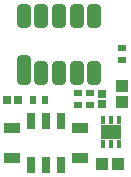
<source format=gts>
G04*
G04 #@! TF.GenerationSoftware,Altium Limited,Altium Designer,23.7.1 (13)*
G04*
G04 Layer_Color=8388736*
%FSLAX44Y44*%
%MOMM*%
G71*
G04*
G04 #@! TF.SameCoordinates,F8D9F08E-B769-4134-93EA-345A9FB672EF*
G04*
G04*
G04 #@! TF.FilePolarity,Negative*
G04*
G01*
G75*
%ADD27R,1.3500X0.9500*%
%ADD28R,0.7500X1.3500*%
G04:AMPARAMS|DCode=29|XSize=2.5mm|YSize=1.2mm|CornerRadius=0.325mm|HoleSize=0mm|Usage=FLASHONLY|Rotation=90.000|XOffset=0mm|YOffset=0mm|HoleType=Round|Shape=RoundedRectangle|*
%AMROUNDEDRECTD29*
21,1,2.5000,0.5500,0,0,90.0*
21,1,1.8500,1.2000,0,0,90.0*
1,1,0.6500,0.2750,0.9250*
1,1,0.6500,0.2750,-0.9250*
1,1,0.6500,-0.2750,-0.9250*
1,1,0.6500,-0.2750,0.9250*
%
%ADD29ROUNDEDRECTD29*%
G04:AMPARAMS|DCode=30|XSize=2mm|YSize=1.2mm|CornerRadius=0.325mm|HoleSize=0mm|Usage=FLASHONLY|Rotation=90.000|XOffset=0mm|YOffset=0mm|HoleType=Round|Shape=RoundedRectangle|*
%AMROUNDEDRECTD30*
21,1,2.0000,0.5500,0,0,90.0*
21,1,1.3500,1.2000,0,0,90.0*
1,1,0.6500,0.2750,0.6750*
1,1,0.6500,0.2750,-0.6750*
1,1,0.6500,-0.2750,-0.6750*
1,1,0.6500,-0.2750,0.6750*
%
%ADD30ROUNDEDRECTD30*%
%ADD31R,0.7000X0.7400*%
%ADD32R,0.7000X0.6000*%
%ADD33R,1.8000X1.2000*%
%ADD34R,0.4500X0.7000*%
%ADD35R,0.7400X0.7000*%
%ADD36R,1.0000X1.1000*%
%ADD37R,1.1000X1.0000*%
%ADD38R,0.6000X0.7000*%
D27*
X18250Y16300D02*
D03*
X75750D02*
D03*
Y41700D02*
D03*
X18250D02*
D03*
D28*
X34300Y10250D02*
D03*
X47000D02*
D03*
X59700D02*
D03*
Y47750D02*
D03*
X47000D02*
D03*
X34300D02*
D03*
D29*
X28000Y90500D02*
D03*
D30*
X43000Y88000D02*
D03*
X58000D02*
D03*
X73000D02*
D03*
X88000D02*
D03*
Y136000D02*
D03*
X73000D02*
D03*
X58000D02*
D03*
X43000D02*
D03*
X28000D02*
D03*
D31*
X23000Y65000D02*
D03*
X14200D02*
D03*
D32*
X74000Y71000D02*
D03*
Y61000D02*
D03*
X84000D02*
D03*
Y71000D02*
D03*
X111000Y99000D02*
D03*
Y109000D02*
D03*
D33*
X102000Y38000D02*
D03*
D34*
X108500Y27500D02*
D03*
X102000D02*
D03*
X95500D02*
D03*
Y48500D02*
D03*
X102000D02*
D03*
X108500D02*
D03*
D35*
X94000Y70400D02*
D03*
Y61600D02*
D03*
D36*
X94250Y11000D02*
D03*
X107750D02*
D03*
D37*
X111000Y76750D02*
D03*
Y63250D02*
D03*
D38*
X36000Y65000D02*
D03*
X46000D02*
D03*
M02*

</source>
